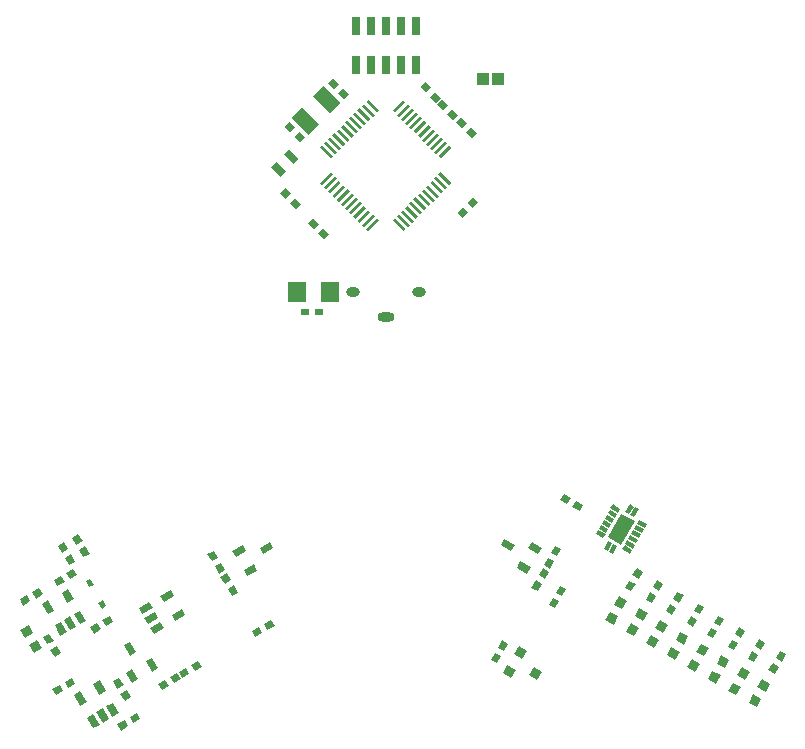
<source format=gbr>
G04 #@! TF.FileFunction,Soldermask,Top*
%FSLAX46Y46*%
G04 Gerber Fmt 4.6, Leading zero omitted, Abs format (unit mm)*
G04 Created by KiCad (PCBNEW 4.0.4-stable) date 06/27/17 23:49:50*
%MOMM*%
%LPD*%
G01*
G04 APERTURE LIST*
%ADD10C,0.100000*%
%ADD11R,0.700000X0.600000*%
%ADD12R,1.600200X1.803400*%
%ADD13O,1.150000X0.800000*%
%ADD14O,1.450000X0.800000*%
%ADD15R,0.760000X1.500000*%
%ADD16R,1.000000X1.000000*%
G04 APERTURE END LIST*
D10*
G36*
X108466529Y-87228335D02*
X107966149Y-86361651D01*
X108485279Y-86061931D01*
X108985659Y-86928615D01*
X108466529Y-87228335D01*
X108466529Y-87228335D01*
G37*
G36*
X110116307Y-86275835D02*
X109615927Y-85409151D01*
X110135057Y-85109431D01*
X110635437Y-85976115D01*
X110116307Y-86275835D01*
X110116307Y-86275835D01*
G37*
G36*
X109291418Y-86752085D02*
X108791038Y-85885401D01*
X109310168Y-85585681D01*
X109810548Y-86452365D01*
X109291418Y-86752085D01*
X109291418Y-86752085D01*
G37*
G36*
X109059667Y-84445681D02*
X108559287Y-83578997D01*
X109078417Y-83279277D01*
X109578797Y-84145961D01*
X109059667Y-84445681D01*
X109059667Y-84445681D01*
G37*
G36*
X107409889Y-85398181D02*
X106909509Y-84531497D01*
X107428639Y-84231777D01*
X107929019Y-85098461D01*
X107409889Y-85398181D01*
X107409889Y-85398181D01*
G37*
G36*
X128858883Y-50634619D02*
X128434619Y-51058883D01*
X127939645Y-50563909D01*
X128363909Y-50139645D01*
X128858883Y-50634619D01*
X128858883Y-50634619D01*
G37*
G36*
X128010355Y-49786091D02*
X127586091Y-50210355D01*
X127091117Y-49715381D01*
X127515381Y-49291117D01*
X128010355Y-49786091D01*
X128010355Y-49786091D01*
G37*
G36*
X132908883Y-41334619D02*
X132484619Y-41758883D01*
X131989645Y-41263909D01*
X132413909Y-40839645D01*
X132908883Y-41334619D01*
X132908883Y-41334619D01*
G37*
G36*
X132060355Y-40486091D02*
X131636091Y-40910355D01*
X131141117Y-40415381D01*
X131565381Y-39991117D01*
X132060355Y-40486091D01*
X132060355Y-40486091D01*
G37*
G36*
X129416117Y-52265381D02*
X129840381Y-51841117D01*
X130335355Y-52336091D01*
X129911091Y-52760355D01*
X129416117Y-52265381D01*
X129416117Y-52265381D01*
G37*
G36*
X130264645Y-53113909D02*
X130688909Y-52689645D01*
X131183883Y-53184619D01*
X130759619Y-53608883D01*
X130264645Y-53113909D01*
X130264645Y-53113909D01*
G37*
G36*
X129133883Y-45034619D02*
X128709619Y-45458883D01*
X128214645Y-44963909D01*
X128638909Y-44539645D01*
X129133883Y-45034619D01*
X129133883Y-45034619D01*
G37*
G36*
X128285355Y-44186091D02*
X127861091Y-44610355D01*
X127366117Y-44115381D01*
X127790381Y-43691117D01*
X128285355Y-44186091D01*
X128285355Y-44186091D01*
G37*
G36*
X140366117Y-42215381D02*
X140790381Y-41791117D01*
X141285355Y-42286091D01*
X140861091Y-42710355D01*
X140366117Y-42215381D01*
X140366117Y-42215381D01*
G37*
G36*
X141214645Y-43063909D02*
X141638909Y-42639645D01*
X142133883Y-43134619D01*
X141709619Y-43558883D01*
X141214645Y-43063909D01*
X141214645Y-43063909D01*
G37*
D11*
X129150000Y-59825000D03*
X130350000Y-59825000D03*
D10*
G36*
X108213739Y-83034808D02*
X107913739Y-82515192D01*
X108519957Y-82165192D01*
X108819957Y-82684808D01*
X108213739Y-83034808D01*
X108213739Y-83034808D01*
G37*
G36*
X109252969Y-82434808D02*
X108952969Y-81915192D01*
X109559187Y-81565192D01*
X109859187Y-82084808D01*
X109252969Y-82434808D01*
X109252969Y-82434808D01*
G37*
G36*
X113586351Y-95257714D02*
X113286351Y-94738098D01*
X113892569Y-94388098D01*
X114192569Y-94907714D01*
X113586351Y-95257714D01*
X113586351Y-95257714D01*
G37*
G36*
X114625581Y-94657714D02*
X114325581Y-94138098D01*
X114931799Y-93788098D01*
X115231799Y-94307714D01*
X114625581Y-94657714D01*
X114625581Y-94657714D01*
G37*
G36*
X109433066Y-90814013D02*
X109733066Y-91333629D01*
X109126848Y-91683629D01*
X108826848Y-91164013D01*
X109433066Y-90814013D01*
X109433066Y-90814013D01*
G37*
G36*
X108393836Y-91414013D02*
X108693836Y-91933629D01*
X108087618Y-92283629D01*
X107787618Y-91764013D01*
X108393836Y-91414013D01*
X108393836Y-91414013D01*
G37*
G36*
X112622103Y-85571562D02*
X112922103Y-86091178D01*
X112315885Y-86441178D01*
X112015885Y-85921562D01*
X112622103Y-85571562D01*
X112622103Y-85571562D01*
G37*
G36*
X111582873Y-86171562D02*
X111882873Y-86691178D01*
X111276655Y-87041178D01*
X110976655Y-86521562D01*
X111582873Y-86171562D01*
X111582873Y-86171562D01*
G37*
G36*
X143434619Y-50116117D02*
X143858883Y-50540381D01*
X143363909Y-51035355D01*
X142939645Y-50611091D01*
X143434619Y-50116117D01*
X143434619Y-50116117D01*
G37*
G36*
X142586091Y-50964645D02*
X143010355Y-51388909D01*
X142515381Y-51883883D01*
X142091117Y-51459619D01*
X142586091Y-50964645D01*
X142586091Y-50964645D01*
G37*
G36*
X140658883Y-41659619D02*
X140234619Y-42083883D01*
X139739645Y-41588909D01*
X140163909Y-41164645D01*
X140658883Y-41659619D01*
X140658883Y-41659619D01*
G37*
G36*
X139810355Y-40811091D02*
X139386091Y-41235355D01*
X138891117Y-40740381D01*
X139315381Y-40316117D01*
X139810355Y-40811091D01*
X139810355Y-40811091D01*
G37*
G36*
X155752111Y-83894542D02*
X156442819Y-84293322D01*
X156044039Y-84984030D01*
X155353331Y-84585250D01*
X155752111Y-83894542D01*
X155752111Y-83894542D01*
G37*
G36*
X155002811Y-85192368D02*
X155693519Y-85591148D01*
X155294739Y-86281856D01*
X154604031Y-85883076D01*
X155002811Y-85192368D01*
X155002811Y-85192368D01*
G37*
G36*
X157484162Y-84894543D02*
X158174870Y-85293323D01*
X157776090Y-85984031D01*
X157085382Y-85585251D01*
X157484162Y-84894543D01*
X157484162Y-84894543D01*
G37*
G36*
X156734862Y-86192369D02*
X157425570Y-86591149D01*
X157026790Y-87281857D01*
X156336082Y-86883077D01*
X156734862Y-86192369D01*
X156734862Y-86192369D01*
G37*
G36*
X159216213Y-85894543D02*
X159906921Y-86293323D01*
X159508141Y-86984031D01*
X158817433Y-86585251D01*
X159216213Y-85894543D01*
X159216213Y-85894543D01*
G37*
G36*
X158466913Y-87192369D02*
X159157621Y-87591149D01*
X158758841Y-88281857D01*
X158068133Y-87883077D01*
X158466913Y-87192369D01*
X158466913Y-87192369D01*
G37*
G36*
X160948263Y-86894542D02*
X161638971Y-87293322D01*
X161240191Y-87984030D01*
X160549483Y-87585250D01*
X160948263Y-86894542D01*
X160948263Y-86894542D01*
G37*
G36*
X160198963Y-88192368D02*
X160889671Y-88591148D01*
X160490891Y-89281856D01*
X159800183Y-88883076D01*
X160198963Y-88192368D01*
X160198963Y-88192368D01*
G37*
G36*
X162680314Y-87894542D02*
X163371022Y-88293322D01*
X162972242Y-88984030D01*
X162281534Y-88585250D01*
X162680314Y-87894542D01*
X162680314Y-87894542D01*
G37*
G36*
X161931014Y-89192368D02*
X162621722Y-89591148D01*
X162222942Y-90281856D01*
X161532234Y-89883076D01*
X161931014Y-89192368D01*
X161931014Y-89192368D01*
G37*
G36*
X164412365Y-88894542D02*
X165103073Y-89293322D01*
X164704293Y-89984030D01*
X164013585Y-89585250D01*
X164412365Y-88894542D01*
X164412365Y-88894542D01*
G37*
G36*
X163663065Y-90192368D02*
X164353773Y-90591148D01*
X163954993Y-91281856D01*
X163264285Y-90883076D01*
X163663065Y-90192368D01*
X163663065Y-90192368D01*
G37*
G36*
X166144416Y-89894543D02*
X166835124Y-90293323D01*
X166436344Y-90984031D01*
X165745636Y-90585251D01*
X166144416Y-89894543D01*
X166144416Y-89894543D01*
G37*
G36*
X165395116Y-91192369D02*
X166085824Y-91591149D01*
X165687044Y-92281857D01*
X164996336Y-91883077D01*
X165395116Y-91192369D01*
X165395116Y-91192369D01*
G37*
G36*
X167876467Y-90894543D02*
X168567175Y-91293323D01*
X168168395Y-91984031D01*
X167477687Y-91585251D01*
X167876467Y-90894543D01*
X167876467Y-90894543D01*
G37*
G36*
X167127167Y-92192369D02*
X167817875Y-92591149D01*
X167419095Y-93281857D01*
X166728387Y-92883077D01*
X167127167Y-92192369D01*
X167127167Y-92192369D01*
G37*
D12*
X131247000Y-58150000D03*
X128453000Y-58150000D03*
D10*
G36*
X127115790Y-48367433D02*
X126307567Y-47559210D01*
X126756580Y-47110197D01*
X127564803Y-47918420D01*
X127115790Y-48367433D01*
X127115790Y-48367433D01*
G37*
G36*
X128193420Y-47289803D02*
X127385197Y-46481580D01*
X127834210Y-46032567D01*
X128642433Y-46840790D01*
X128193420Y-47289803D01*
X128193420Y-47289803D01*
G37*
G36*
X117027276Y-91834808D02*
X116727276Y-91315192D01*
X117333494Y-90965192D01*
X117633494Y-91484808D01*
X117027276Y-91834808D01*
X117027276Y-91834808D01*
G37*
G36*
X118066506Y-91234808D02*
X117766506Y-90715192D01*
X118372724Y-90365192D01*
X118672724Y-90884808D01*
X118066506Y-91234808D01*
X118066506Y-91234808D01*
G37*
G36*
X118777276Y-90834808D02*
X118477276Y-90315192D01*
X119083494Y-89965192D01*
X119383494Y-90484808D01*
X118777276Y-90834808D01*
X118777276Y-90834808D01*
G37*
G36*
X119816506Y-90234808D02*
X119516506Y-89715192D01*
X120122724Y-89365192D01*
X120422724Y-89884808D01*
X119816506Y-90234808D01*
X119816506Y-90234808D01*
G37*
G36*
X143708883Y-44684619D02*
X143284619Y-45108883D01*
X142789645Y-44613909D01*
X143213909Y-44189645D01*
X143708883Y-44684619D01*
X143708883Y-44684619D01*
G37*
G36*
X142860355Y-43836091D02*
X142436091Y-44260355D01*
X141941117Y-43765381D01*
X142365381Y-43341117D01*
X142860355Y-43836091D01*
X142860355Y-43836091D01*
G37*
G36*
X114414156Y-92441512D02*
X113894540Y-92741512D01*
X113544540Y-92135294D01*
X114064156Y-91835294D01*
X114414156Y-92441512D01*
X114414156Y-92441512D01*
G37*
G36*
X113814156Y-91402282D02*
X113294540Y-91702282D01*
X112944540Y-91096064D01*
X113464156Y-90796064D01*
X113814156Y-91402282D01*
X113814156Y-91402282D01*
G37*
G36*
X105321704Y-84676900D02*
X105021704Y-84157284D01*
X105627922Y-83807284D01*
X105927922Y-84326900D01*
X105321704Y-84676900D01*
X105321704Y-84676900D01*
G37*
G36*
X106360934Y-84076900D02*
X106060934Y-83557284D01*
X106667152Y-83207284D01*
X106967152Y-83726900D01*
X106360934Y-84076900D01*
X106360934Y-84076900D01*
G37*
G36*
X157238617Y-81517399D02*
X157758233Y-81817399D01*
X157408233Y-82423617D01*
X156888617Y-82123617D01*
X157238617Y-81517399D01*
X157238617Y-81517399D01*
G37*
G36*
X156638617Y-82556629D02*
X157158233Y-82856629D01*
X156808233Y-83462847D01*
X156288617Y-83162847D01*
X156638617Y-82556629D01*
X156638617Y-82556629D01*
G37*
G36*
X158970668Y-82517399D02*
X159490284Y-82817399D01*
X159140284Y-83423617D01*
X158620668Y-83123617D01*
X158970668Y-82517399D01*
X158970668Y-82517399D01*
G37*
G36*
X158370668Y-83556629D02*
X158890284Y-83856629D01*
X158540284Y-84462847D01*
X158020668Y-84162847D01*
X158370668Y-83556629D01*
X158370668Y-83556629D01*
G37*
G36*
X160702718Y-83517400D02*
X161222334Y-83817400D01*
X160872334Y-84423618D01*
X160352718Y-84123618D01*
X160702718Y-83517400D01*
X160702718Y-83517400D01*
G37*
G36*
X160102718Y-84556630D02*
X160622334Y-84856630D01*
X160272334Y-85462848D01*
X159752718Y-85162848D01*
X160102718Y-84556630D01*
X160102718Y-84556630D01*
G37*
G36*
X162434769Y-84517399D02*
X162954385Y-84817399D01*
X162604385Y-85423617D01*
X162084769Y-85123617D01*
X162434769Y-84517399D01*
X162434769Y-84517399D01*
G37*
G36*
X161834769Y-85556629D02*
X162354385Y-85856629D01*
X162004385Y-86462847D01*
X161484769Y-86162847D01*
X161834769Y-85556629D01*
X161834769Y-85556629D01*
G37*
G36*
X164166820Y-85517399D02*
X164686436Y-85817399D01*
X164336436Y-86423617D01*
X163816820Y-86123617D01*
X164166820Y-85517399D01*
X164166820Y-85517399D01*
G37*
G36*
X163566820Y-86556629D02*
X164086436Y-86856629D01*
X163736436Y-87462847D01*
X163216820Y-87162847D01*
X163566820Y-86556629D01*
X163566820Y-86556629D01*
G37*
G36*
X165898871Y-86517399D02*
X166418487Y-86817399D01*
X166068487Y-87423617D01*
X165548871Y-87123617D01*
X165898871Y-86517399D01*
X165898871Y-86517399D01*
G37*
G36*
X165298871Y-87556629D02*
X165818487Y-87856629D01*
X165468487Y-88462847D01*
X164948871Y-88162847D01*
X165298871Y-87556629D01*
X165298871Y-87556629D01*
G37*
G36*
X167630922Y-87517399D02*
X168150538Y-87817399D01*
X167800538Y-88423617D01*
X167280922Y-88123617D01*
X167630922Y-87517399D01*
X167630922Y-87517399D01*
G37*
G36*
X167030922Y-88556629D02*
X167550538Y-88856629D01*
X167200538Y-89462847D01*
X166680922Y-89162847D01*
X167030922Y-88556629D01*
X167030922Y-88556629D01*
G37*
G36*
X169362972Y-88517400D02*
X169882588Y-88817400D01*
X169532588Y-89423618D01*
X169012972Y-89123618D01*
X169362972Y-88517400D01*
X169362972Y-88517400D01*
G37*
G36*
X168762972Y-89556630D02*
X169282588Y-89856630D01*
X168932588Y-90462848D01*
X168412972Y-90162848D01*
X168762972Y-89556630D01*
X168762972Y-89556630D01*
G37*
G36*
X115100471Y-84894056D02*
X115967155Y-84393676D01*
X116266875Y-84912806D01*
X115400191Y-85413186D01*
X115100471Y-84894056D01*
X115100471Y-84894056D01*
G37*
G36*
X116052971Y-86543834D02*
X116919655Y-86043454D01*
X117219375Y-86562584D01*
X116352691Y-87062964D01*
X116052971Y-86543834D01*
X116052971Y-86543834D01*
G37*
G36*
X115576721Y-85718945D02*
X116443405Y-85218565D01*
X116743125Y-85737695D01*
X115876441Y-86238075D01*
X115576721Y-85718945D01*
X115576721Y-85718945D01*
G37*
G36*
X117883125Y-85487194D02*
X118749809Y-84986814D01*
X119049529Y-85505944D01*
X118182845Y-86006324D01*
X117883125Y-85487194D01*
X117883125Y-85487194D01*
G37*
G36*
X116930625Y-83837416D02*
X117797309Y-83337036D01*
X118097029Y-83856166D01*
X117230345Y-84356546D01*
X116930625Y-83837416D01*
X116930625Y-83837416D01*
G37*
G36*
X134320621Y-42008311D02*
X134497398Y-41831534D01*
X135416637Y-42750773D01*
X135239860Y-42927550D01*
X134320621Y-42008311D01*
X134320621Y-42008311D01*
G37*
G36*
X133967068Y-42361864D02*
X134143845Y-42185087D01*
X135063084Y-43104326D01*
X134886307Y-43281103D01*
X133967068Y-42361864D01*
X133967068Y-42361864D01*
G37*
G36*
X133613514Y-42715418D02*
X133790291Y-42538641D01*
X134709530Y-43457880D01*
X134532753Y-43634657D01*
X133613514Y-42715418D01*
X133613514Y-42715418D01*
G37*
G36*
X133259961Y-43068971D02*
X133436738Y-42892194D01*
X134355977Y-43811433D01*
X134179200Y-43988210D01*
X133259961Y-43068971D01*
X133259961Y-43068971D01*
G37*
G36*
X132906408Y-43422524D02*
X133083185Y-43245747D01*
X134002424Y-44164986D01*
X133825647Y-44341763D01*
X132906408Y-43422524D01*
X132906408Y-43422524D01*
G37*
G36*
X132552854Y-43776078D02*
X132729631Y-43599301D01*
X133648870Y-44518540D01*
X133472093Y-44695317D01*
X132552854Y-43776078D01*
X132552854Y-43776078D01*
G37*
G36*
X132199301Y-44129631D02*
X132376078Y-43952854D01*
X133295317Y-44872093D01*
X133118540Y-45048870D01*
X132199301Y-44129631D01*
X132199301Y-44129631D01*
G37*
G36*
X131845747Y-44483185D02*
X132022524Y-44306408D01*
X132941763Y-45225647D01*
X132764986Y-45402424D01*
X131845747Y-44483185D01*
X131845747Y-44483185D01*
G37*
G36*
X131492194Y-44836738D02*
X131668971Y-44659961D01*
X132588210Y-45579200D01*
X132411433Y-45755977D01*
X131492194Y-44836738D01*
X131492194Y-44836738D01*
G37*
G36*
X131138641Y-45190291D02*
X131315418Y-45013514D01*
X132234657Y-45932753D01*
X132057880Y-46109530D01*
X131138641Y-45190291D01*
X131138641Y-45190291D01*
G37*
G36*
X130785087Y-45543845D02*
X130961864Y-45367068D01*
X131881103Y-46286307D01*
X131704326Y-46463084D01*
X130785087Y-45543845D01*
X130785087Y-45543845D01*
G37*
G36*
X130431534Y-45897398D02*
X130608311Y-45720621D01*
X131527550Y-46639860D01*
X131350773Y-46816637D01*
X130431534Y-45897398D01*
X130431534Y-45897398D01*
G37*
G36*
X130608311Y-49079379D02*
X130431534Y-48902602D01*
X131350773Y-47983363D01*
X131527550Y-48160140D01*
X130608311Y-49079379D01*
X130608311Y-49079379D01*
G37*
G36*
X130961864Y-49432932D02*
X130785087Y-49256155D01*
X131704326Y-48336916D01*
X131881103Y-48513693D01*
X130961864Y-49432932D01*
X130961864Y-49432932D01*
G37*
G36*
X131315418Y-49786486D02*
X131138641Y-49609709D01*
X132057880Y-48690470D01*
X132234657Y-48867247D01*
X131315418Y-49786486D01*
X131315418Y-49786486D01*
G37*
G36*
X131668971Y-50140039D02*
X131492194Y-49963262D01*
X132411433Y-49044023D01*
X132588210Y-49220800D01*
X131668971Y-50140039D01*
X131668971Y-50140039D01*
G37*
G36*
X132022524Y-50493592D02*
X131845747Y-50316815D01*
X132764986Y-49397576D01*
X132941763Y-49574353D01*
X132022524Y-50493592D01*
X132022524Y-50493592D01*
G37*
G36*
X132376078Y-50847146D02*
X132199301Y-50670369D01*
X133118540Y-49751130D01*
X133295317Y-49927907D01*
X132376078Y-50847146D01*
X132376078Y-50847146D01*
G37*
G36*
X132729631Y-51200699D02*
X132552854Y-51023922D01*
X133472093Y-50104683D01*
X133648870Y-50281460D01*
X132729631Y-51200699D01*
X132729631Y-51200699D01*
G37*
G36*
X133083185Y-51554253D02*
X132906408Y-51377476D01*
X133825647Y-50458237D01*
X134002424Y-50635014D01*
X133083185Y-51554253D01*
X133083185Y-51554253D01*
G37*
G36*
X133436738Y-51907806D02*
X133259961Y-51731029D01*
X134179200Y-50811790D01*
X134355977Y-50988567D01*
X133436738Y-51907806D01*
X133436738Y-51907806D01*
G37*
G36*
X133790291Y-52261359D02*
X133613514Y-52084582D01*
X134532753Y-51165343D01*
X134709530Y-51342120D01*
X133790291Y-52261359D01*
X133790291Y-52261359D01*
G37*
G36*
X134143845Y-52614913D02*
X133967068Y-52438136D01*
X134886307Y-51518897D01*
X135063084Y-51695674D01*
X134143845Y-52614913D01*
X134143845Y-52614913D01*
G37*
G36*
X134497398Y-52968466D02*
X134320621Y-52791689D01*
X135239860Y-51872450D01*
X135416637Y-52049227D01*
X134497398Y-52968466D01*
X134497398Y-52968466D01*
G37*
G36*
X136583363Y-52049227D02*
X136760140Y-51872450D01*
X137679379Y-52791689D01*
X137502602Y-52968466D01*
X136583363Y-52049227D01*
X136583363Y-52049227D01*
G37*
G36*
X136936916Y-51695674D02*
X137113693Y-51518897D01*
X138032932Y-52438136D01*
X137856155Y-52614913D01*
X136936916Y-51695674D01*
X136936916Y-51695674D01*
G37*
G36*
X137290470Y-51342120D02*
X137467247Y-51165343D01*
X138386486Y-52084582D01*
X138209709Y-52261359D01*
X137290470Y-51342120D01*
X137290470Y-51342120D01*
G37*
G36*
X137644023Y-50988567D02*
X137820800Y-50811790D01*
X138740039Y-51731029D01*
X138563262Y-51907806D01*
X137644023Y-50988567D01*
X137644023Y-50988567D01*
G37*
G36*
X137997576Y-50635014D02*
X138174353Y-50458237D01*
X139093592Y-51377476D01*
X138916815Y-51554253D01*
X137997576Y-50635014D01*
X137997576Y-50635014D01*
G37*
G36*
X138351130Y-50281460D02*
X138527907Y-50104683D01*
X139447146Y-51023922D01*
X139270369Y-51200699D01*
X138351130Y-50281460D01*
X138351130Y-50281460D01*
G37*
G36*
X138704683Y-49927907D02*
X138881460Y-49751130D01*
X139800699Y-50670369D01*
X139623922Y-50847146D01*
X138704683Y-49927907D01*
X138704683Y-49927907D01*
G37*
G36*
X139058237Y-49574353D02*
X139235014Y-49397576D01*
X140154253Y-50316815D01*
X139977476Y-50493592D01*
X139058237Y-49574353D01*
X139058237Y-49574353D01*
G37*
G36*
X139411790Y-49220800D02*
X139588567Y-49044023D01*
X140507806Y-49963262D01*
X140331029Y-50140039D01*
X139411790Y-49220800D01*
X139411790Y-49220800D01*
G37*
G36*
X139765343Y-48867247D02*
X139942120Y-48690470D01*
X140861359Y-49609709D01*
X140684582Y-49786486D01*
X139765343Y-48867247D01*
X139765343Y-48867247D01*
G37*
G36*
X140118897Y-48513693D02*
X140295674Y-48336916D01*
X141214913Y-49256155D01*
X141038136Y-49432932D01*
X140118897Y-48513693D01*
X140118897Y-48513693D01*
G37*
G36*
X140472450Y-48160140D02*
X140649227Y-47983363D01*
X141568466Y-48902602D01*
X141391689Y-49079379D01*
X140472450Y-48160140D01*
X140472450Y-48160140D01*
G37*
G36*
X140649227Y-46816637D02*
X140472450Y-46639860D01*
X141391689Y-45720621D01*
X141568466Y-45897398D01*
X140649227Y-46816637D01*
X140649227Y-46816637D01*
G37*
G36*
X140295674Y-46463084D02*
X140118897Y-46286307D01*
X141038136Y-45367068D01*
X141214913Y-45543845D01*
X140295674Y-46463084D01*
X140295674Y-46463084D01*
G37*
G36*
X139942120Y-46109530D02*
X139765343Y-45932753D01*
X140684582Y-45013514D01*
X140861359Y-45190291D01*
X139942120Y-46109530D01*
X139942120Y-46109530D01*
G37*
G36*
X139588567Y-45755977D02*
X139411790Y-45579200D01*
X140331029Y-44659961D01*
X140507806Y-44836738D01*
X139588567Y-45755977D01*
X139588567Y-45755977D01*
G37*
G36*
X139235014Y-45402424D02*
X139058237Y-45225647D01*
X139977476Y-44306408D01*
X140154253Y-44483185D01*
X139235014Y-45402424D01*
X139235014Y-45402424D01*
G37*
G36*
X138881460Y-45048870D02*
X138704683Y-44872093D01*
X139623922Y-43952854D01*
X139800699Y-44129631D01*
X138881460Y-45048870D01*
X138881460Y-45048870D01*
G37*
G36*
X138527907Y-44695317D02*
X138351130Y-44518540D01*
X139270369Y-43599301D01*
X139447146Y-43776078D01*
X138527907Y-44695317D01*
X138527907Y-44695317D01*
G37*
G36*
X138174353Y-44341763D02*
X137997576Y-44164986D01*
X138916815Y-43245747D01*
X139093592Y-43422524D01*
X138174353Y-44341763D01*
X138174353Y-44341763D01*
G37*
G36*
X137820800Y-43988210D02*
X137644023Y-43811433D01*
X138563262Y-42892194D01*
X138740039Y-43068971D01*
X137820800Y-43988210D01*
X137820800Y-43988210D01*
G37*
G36*
X137467247Y-43634657D02*
X137290470Y-43457880D01*
X138209709Y-42538641D01*
X138386486Y-42715418D01*
X137467247Y-43634657D01*
X137467247Y-43634657D01*
G37*
G36*
X137113693Y-43281103D02*
X136936916Y-43104326D01*
X137856155Y-42185087D01*
X138032932Y-42361864D01*
X137113693Y-43281103D01*
X137113693Y-43281103D01*
G37*
G36*
X136760140Y-42927550D02*
X136583363Y-42750773D01*
X137502602Y-41831534D01*
X137679379Y-42008311D01*
X136760140Y-42927550D01*
X136760140Y-42927550D01*
G37*
G36*
X111772484Y-94756002D02*
X111209568Y-95081002D01*
X110679568Y-94163016D01*
X111242484Y-93838016D01*
X111772484Y-94756002D01*
X111772484Y-94756002D01*
G37*
G36*
X112595208Y-94281002D02*
X112032292Y-94606002D01*
X111502292Y-93688016D01*
X112065208Y-93363016D01*
X112595208Y-94281002D01*
X112595208Y-94281002D01*
G37*
G36*
X113417932Y-93806002D02*
X112855016Y-94131002D01*
X112325016Y-93213016D01*
X112887932Y-92888016D01*
X113417932Y-93806002D01*
X113417932Y-93806002D01*
G37*
G36*
X112317932Y-91900746D02*
X111755016Y-92225746D01*
X111225016Y-91307760D01*
X111787932Y-90982760D01*
X112317932Y-91900746D01*
X112317932Y-91900746D01*
G37*
G36*
X110672484Y-92850746D02*
X110109568Y-93175746D01*
X109579568Y-92257760D01*
X110142484Y-91932760D01*
X110672484Y-92850746D01*
X110672484Y-92850746D01*
G37*
G36*
X156674172Y-80287937D02*
X156031374Y-79916817D01*
X156227494Y-79577127D01*
X156870292Y-79948247D01*
X156674172Y-80287937D01*
X156674172Y-80287937D01*
G37*
G36*
X156926982Y-79850057D02*
X156284184Y-79478937D01*
X156474684Y-79148981D01*
X157117482Y-79520101D01*
X156926982Y-79850057D01*
X156926982Y-79850057D01*
G37*
G36*
X157176982Y-79417044D02*
X156534184Y-79045924D01*
X156724684Y-78715968D01*
X157367482Y-79087088D01*
X157176982Y-79417044D01*
X157176982Y-79417044D01*
G37*
G36*
X157426982Y-78984032D02*
X156784184Y-78612912D01*
X156974684Y-78282956D01*
X157617482Y-78654076D01*
X157426982Y-78984032D01*
X157426982Y-78984032D01*
G37*
G36*
X157676982Y-78551019D02*
X157034184Y-78179899D01*
X157224684Y-77849943D01*
X157867482Y-78221063D01*
X157676982Y-78551019D01*
X157676982Y-78551019D01*
G37*
G36*
X157045924Y-77182803D02*
X156715968Y-76992303D01*
X157087088Y-76349505D01*
X157417044Y-76540005D01*
X157045924Y-77182803D01*
X157045924Y-77182803D01*
G37*
G36*
X156612912Y-76932803D02*
X156282956Y-76742303D01*
X156654076Y-76099505D01*
X156984032Y-76290005D01*
X156612912Y-76932803D01*
X156612912Y-76932803D01*
G37*
G36*
X155675316Y-76818006D02*
X155032518Y-76446886D01*
X155223018Y-76116930D01*
X155865816Y-76488050D01*
X155675316Y-76818006D01*
X155675316Y-76818006D01*
G37*
G36*
X155425316Y-77251019D02*
X154782518Y-76879899D01*
X154973018Y-76549943D01*
X155615816Y-76921063D01*
X155425316Y-77251019D01*
X155425316Y-77251019D01*
G37*
G36*
X155175316Y-77684032D02*
X154532518Y-77312912D01*
X154723018Y-76982956D01*
X155365816Y-77354076D01*
X155175316Y-77684032D01*
X155175316Y-77684032D01*
G37*
G36*
X154925316Y-78117044D02*
X154282518Y-77745924D01*
X154473018Y-77415968D01*
X155115816Y-77787088D01*
X154925316Y-78117044D01*
X154925316Y-78117044D01*
G37*
G36*
X154675316Y-78550057D02*
X154032518Y-78178937D01*
X154223018Y-77848981D01*
X154865816Y-78220101D01*
X154675316Y-78550057D01*
X154675316Y-78550057D01*
G37*
G36*
X154812912Y-80050495D02*
X154482956Y-79859995D01*
X154854076Y-79217197D01*
X155184032Y-79407697D01*
X154812912Y-80050495D01*
X154812912Y-80050495D01*
G37*
G36*
X155245924Y-80300495D02*
X154915968Y-80109995D01*
X155287088Y-79467197D01*
X155617044Y-79657697D01*
X155245924Y-80300495D01*
X155245924Y-80300495D01*
G37*
G36*
X155936496Y-79515629D02*
X154817384Y-78869509D01*
X155963504Y-76884371D01*
X157082616Y-77530491D01*
X155936496Y-79515629D01*
X155936496Y-79515629D01*
G37*
G36*
X157926982Y-78118006D02*
X157284184Y-77746886D01*
X157474684Y-77416930D01*
X158117482Y-77788050D01*
X157926982Y-78118006D01*
X157926982Y-78118006D01*
G37*
G36*
X154425316Y-78983070D02*
X153782518Y-78611950D01*
X153973018Y-78281994D01*
X154615816Y-78653114D01*
X154425316Y-78983070D01*
X154425316Y-78983070D01*
G37*
G36*
X129488604Y-44801886D02*
X128048114Y-43361396D01*
X128922918Y-42486592D01*
X130363408Y-43927082D01*
X129488604Y-44801886D01*
X129488604Y-44801886D01*
G37*
G36*
X131327082Y-42963408D02*
X129886592Y-41522918D01*
X130761396Y-40648114D01*
X132201886Y-42088604D01*
X131327082Y-42963408D01*
X131327082Y-42963408D01*
G37*
D13*
X138800000Y-58100000D03*
X133200000Y-58100000D03*
D14*
X136000000Y-60250000D03*
D10*
G36*
X110596446Y-82613022D02*
X110986158Y-82388022D01*
X111281158Y-82898976D01*
X110891446Y-83123976D01*
X110596446Y-82613022D01*
X110596446Y-82613022D01*
G37*
G36*
X111651446Y-84440336D02*
X112041158Y-84215336D01*
X112336158Y-84726290D01*
X111946446Y-84951290D01*
X111651446Y-84440336D01*
X111651446Y-84440336D01*
G37*
G36*
X109465192Y-78927276D02*
X109984808Y-78627276D01*
X110334808Y-79233494D01*
X109815192Y-79533494D01*
X109465192Y-78927276D01*
X109465192Y-78927276D01*
G37*
G36*
X110065192Y-79966506D02*
X110584808Y-79666506D01*
X110934808Y-80272724D01*
X110415192Y-80572724D01*
X110065192Y-79966506D01*
X110065192Y-79966506D01*
G37*
G36*
X109734808Y-80953109D02*
X109215192Y-81253109D01*
X108865192Y-80646891D01*
X109384808Y-80346891D01*
X109734808Y-80953109D01*
X109734808Y-80953109D01*
G37*
G36*
X109134808Y-79913879D02*
X108615192Y-80213879D01*
X108265192Y-79607661D01*
X108784808Y-79307661D01*
X109134808Y-79913879D01*
X109134808Y-79913879D01*
G37*
G36*
X124952276Y-87359808D02*
X124652276Y-86840192D01*
X125258494Y-86490192D01*
X125558494Y-87009808D01*
X124952276Y-87359808D01*
X124952276Y-87359808D01*
G37*
G36*
X125991506Y-86759808D02*
X125691506Y-86240192D01*
X126297724Y-85890192D01*
X126597724Y-86409808D01*
X125991506Y-86759808D01*
X125991506Y-86759808D01*
G37*
G36*
X152722724Y-76190192D02*
X152422724Y-76709808D01*
X151816506Y-76359808D01*
X152116506Y-75840192D01*
X152722724Y-76190192D01*
X152722724Y-76190192D01*
G37*
G36*
X151683494Y-75590192D02*
X151383494Y-76109808D01*
X150777276Y-75759808D01*
X151077276Y-75240192D01*
X151683494Y-75590192D01*
X151683494Y-75590192D01*
G37*
G36*
X122383087Y-81672596D02*
X121863471Y-81972596D01*
X121513471Y-81366378D01*
X122033087Y-81066378D01*
X122383087Y-81672596D01*
X122383087Y-81672596D01*
G37*
G36*
X121783087Y-80633366D02*
X121263471Y-80933366D01*
X120913471Y-80327148D01*
X121433087Y-80027148D01*
X121783087Y-80633366D01*
X121783087Y-80633366D01*
G37*
G36*
X149290192Y-81502276D02*
X149809808Y-81802276D01*
X149459808Y-82408494D01*
X148940192Y-82108494D01*
X149290192Y-81502276D01*
X149290192Y-81502276D01*
G37*
G36*
X148690192Y-82541506D02*
X149209808Y-82841506D01*
X148859808Y-83447724D01*
X148340192Y-83147724D01*
X148690192Y-82541506D01*
X148690192Y-82541506D01*
G37*
G36*
X123483087Y-83577852D02*
X122963471Y-83877852D01*
X122613471Y-83271634D01*
X123133087Y-82971634D01*
X123483087Y-83577852D01*
X123483087Y-83577852D01*
G37*
G36*
X122883087Y-82538622D02*
X122363471Y-82838622D01*
X122013471Y-82232404D01*
X122533087Y-81932404D01*
X122883087Y-82538622D01*
X122883087Y-82538622D01*
G37*
G36*
X150365192Y-79602276D02*
X150884808Y-79902276D01*
X150534808Y-80508494D01*
X150015192Y-80208494D01*
X150365192Y-79602276D01*
X150365192Y-79602276D01*
G37*
G36*
X149765192Y-80641506D02*
X150284808Y-80941506D01*
X149934808Y-81547724D01*
X149415192Y-81247724D01*
X149765192Y-80641506D01*
X149765192Y-80641506D01*
G37*
G36*
X123025471Y-80044056D02*
X123892155Y-79543676D01*
X124191875Y-80062806D01*
X123325191Y-80563186D01*
X123025471Y-80044056D01*
X123025471Y-80044056D01*
G37*
G36*
X125331875Y-79812305D02*
X126198559Y-79311925D01*
X126498279Y-79831055D01*
X125631595Y-80331435D01*
X125331875Y-79812305D01*
X125331875Y-79812305D01*
G37*
G36*
X123977971Y-81693834D02*
X124844655Y-81193454D01*
X125144375Y-81712584D01*
X124277691Y-82212964D01*
X123977971Y-81693834D01*
X123977971Y-81693834D01*
G37*
G36*
X147972309Y-81962964D02*
X147105625Y-81462584D01*
X147405345Y-80943454D01*
X148272029Y-81443834D01*
X147972309Y-81962964D01*
X147972309Y-81962964D01*
G37*
G36*
X146618405Y-80081435D02*
X145751721Y-79581055D01*
X146051441Y-79061925D01*
X146918125Y-79562305D01*
X146618405Y-80081435D01*
X146618405Y-80081435D01*
G37*
G36*
X148924809Y-80313186D02*
X148058125Y-79812806D01*
X148357845Y-79293676D01*
X149224529Y-79794056D01*
X148924809Y-80313186D01*
X148924809Y-80313186D01*
G37*
G36*
X150765192Y-82977276D02*
X151284808Y-83277276D01*
X150934808Y-83883494D01*
X150415192Y-83583494D01*
X150765192Y-82977276D01*
X150765192Y-82977276D01*
G37*
G36*
X150165192Y-84016506D02*
X150684808Y-84316506D01*
X150334808Y-84922724D01*
X149815192Y-84622724D01*
X150165192Y-84016506D01*
X150165192Y-84016506D01*
G37*
D15*
X138550000Y-35625000D03*
X137280000Y-35625000D03*
X136010000Y-35625000D03*
X134740000Y-35625000D03*
X133470000Y-35625000D03*
X137280000Y-38925000D03*
X136010000Y-38925000D03*
X134740000Y-38925000D03*
X133470000Y-38925000D03*
X138550000Y-38925000D03*
D16*
X144200000Y-40100000D03*
X145500000Y-40100000D03*
D10*
G36*
X114544056Y-91224529D02*
X114043676Y-90357845D01*
X114562806Y-90058125D01*
X115063186Y-90924809D01*
X114544056Y-91224529D01*
X114544056Y-91224529D01*
G37*
G36*
X114312305Y-88918125D02*
X113811925Y-88051441D01*
X114331055Y-87751721D01*
X114831435Y-88618405D01*
X114312305Y-88918125D01*
X114312305Y-88918125D01*
G37*
G36*
X116193834Y-90272029D02*
X115693454Y-89405345D01*
X116212584Y-89105625D01*
X116712964Y-89972309D01*
X116193834Y-90272029D01*
X116193834Y-90272029D01*
G37*
G36*
X105080606Y-86705123D02*
X105771314Y-86306343D01*
X106170094Y-86997051D01*
X105479386Y-87395831D01*
X105080606Y-86705123D01*
X105080606Y-86705123D01*
G37*
G36*
X105829906Y-88002949D02*
X106520614Y-87604169D01*
X106919394Y-88294877D01*
X106228686Y-88693657D01*
X105829906Y-88002949D01*
X105829906Y-88002949D01*
G37*
G36*
X147261888Y-88080418D02*
X147954794Y-88480468D01*
X147554744Y-89173374D01*
X146861838Y-88773324D01*
X147261888Y-88080418D01*
X147261888Y-88080418D01*
G37*
G36*
X146311888Y-89725866D02*
X147004794Y-90125916D01*
X146604744Y-90818822D01*
X145911838Y-90418772D01*
X146311888Y-89725866D01*
X146311888Y-89725866D01*
G37*
G36*
X148518056Y-89902632D02*
X149210962Y-90302682D01*
X148810912Y-90995588D01*
X148118006Y-90595538D01*
X148518056Y-89902632D01*
X148518056Y-89902632D01*
G37*
G36*
X145865192Y-87627276D02*
X146384808Y-87927276D01*
X146034808Y-88533494D01*
X145515192Y-88233494D01*
X145865192Y-87627276D01*
X145865192Y-87627276D01*
G37*
G36*
X145265192Y-88666506D02*
X145784808Y-88966506D01*
X145434808Y-89572724D01*
X144915192Y-89272724D01*
X145265192Y-88666506D01*
X145265192Y-88666506D01*
G37*
G36*
X108484808Y-88703109D02*
X107965192Y-89003109D01*
X107615192Y-88396891D01*
X108134808Y-88096891D01*
X108484808Y-88703109D01*
X108484808Y-88703109D01*
G37*
G36*
X107884808Y-87663879D02*
X107365192Y-87963879D01*
X107015192Y-87357661D01*
X107534808Y-87057661D01*
X107884808Y-87663879D01*
X107884808Y-87663879D01*
G37*
M02*

</source>
